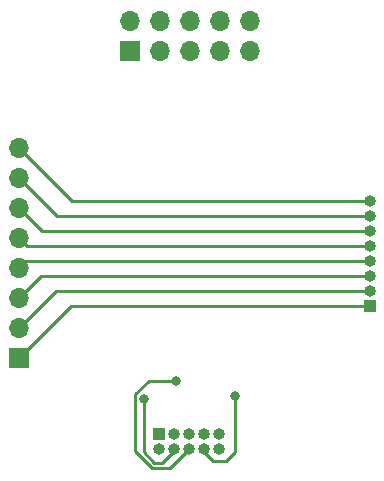
<source format=gbr>
%TF.GenerationSoftware,KiCad,Pcbnew,(5.1.12)-1*%
%TF.CreationDate,2022-08-10T22:12:13-07:00*%
%TF.ProjectId,JTAGAdapter,4a544147-4164-4617-9074-65722e6b6963,rev?*%
%TF.SameCoordinates,Original*%
%TF.FileFunction,Copper,L1,Top*%
%TF.FilePolarity,Positive*%
%FSLAX46Y46*%
G04 Gerber Fmt 4.6, Leading zero omitted, Abs format (unit mm)*
G04 Created by KiCad (PCBNEW (5.1.12)-1) date 2022-08-10 22:12:13*
%MOMM*%
%LPD*%
G01*
G04 APERTURE LIST*
%TA.AperFunction,ComponentPad*%
%ADD10O,1.000000X1.000000*%
%TD*%
%TA.AperFunction,ComponentPad*%
%ADD11R,1.000000X1.000000*%
%TD*%
%TA.AperFunction,ComponentPad*%
%ADD12O,1.700000X1.700000*%
%TD*%
%TA.AperFunction,ComponentPad*%
%ADD13R,1.700000X1.700000*%
%TD*%
%TA.AperFunction,ViaPad*%
%ADD14C,0.800000*%
%TD*%
%TA.AperFunction,Conductor*%
%ADD15C,0.250000*%
%TD*%
G04 APERTURE END LIST*
D10*
%TO.P,J2,8*%
%TO.N,Net-(J1-Pad8)*%
X177774600Y-95123000D03*
%TO.P,J2,7*%
%TO.N,Net-(J1-Pad7)*%
X177774600Y-96393000D03*
%TO.P,J2,6*%
%TO.N,Net-(J1-Pad6)*%
X177774600Y-97663000D03*
%TO.P,J2,5*%
%TO.N,Net-(J1-Pad5)*%
X177774600Y-98933000D03*
%TO.P,J2,4*%
%TO.N,Net-(J1-Pad4)*%
X177774600Y-100203000D03*
%TO.P,J2,3*%
%TO.N,Net-(J1-Pad3)*%
X177774600Y-101473000D03*
%TO.P,J2,2*%
%TO.N,Net-(J1-Pad2)*%
X177774600Y-102743000D03*
D11*
%TO.P,J2,1*%
%TO.N,Net-(J1-Pad1)*%
X177774600Y-104013000D03*
%TD*%
D10*
%TO.P,J4,10*%
%TO.N,Net-(J3-Pad10)*%
X165023800Y-116103400D03*
%TO.P,J4,9*%
%TO.N,Net-(J3-Pad9)*%
X165023800Y-114833400D03*
%TO.P,J4,8*%
%TO.N,Net-(J3-Pad8)*%
X163753800Y-116103400D03*
%TO.P,J4,7*%
%TO.N,Net-(J3-Pad7)*%
X163753800Y-114833400D03*
%TO.P,J4,6*%
%TO.N,Net-(J3-Pad6)*%
X162483800Y-116103400D03*
%TO.P,J4,5*%
%TO.N,Net-(J3-Pad5)*%
X162483800Y-114833400D03*
%TO.P,J4,4*%
%TO.N,Net-(J3-Pad4)*%
X161213800Y-116103400D03*
%TO.P,J4,3*%
%TO.N,Net-(J3-Pad3)*%
X161213800Y-114833400D03*
%TO.P,J4,2*%
%TO.N,Net-(J3-Pad2)*%
X159943800Y-116103400D03*
D11*
%TO.P,J4,1*%
%TO.N,Net-(J3-Pad1)*%
X159943800Y-114833400D03*
%TD*%
D12*
%TO.P,J3,10*%
%TO.N,Net-(J3-Pad10)*%
X167614600Y-79883000D03*
%TO.P,J3,9*%
%TO.N,Net-(J3-Pad9)*%
X167614600Y-82423000D03*
%TO.P,J3,8*%
%TO.N,Net-(J3-Pad8)*%
X165074600Y-79883000D03*
%TO.P,J3,7*%
%TO.N,Net-(J3-Pad7)*%
X165074600Y-82423000D03*
%TO.P,J3,6*%
%TO.N,Net-(J3-Pad6)*%
X162534600Y-79883000D03*
%TO.P,J3,5*%
%TO.N,Net-(J3-Pad5)*%
X162534600Y-82423000D03*
%TO.P,J3,4*%
%TO.N,Net-(J3-Pad4)*%
X159994600Y-79883000D03*
%TO.P,J3,3*%
%TO.N,Net-(J3-Pad3)*%
X159994600Y-82423000D03*
%TO.P,J3,2*%
%TO.N,Net-(J3-Pad2)*%
X157454600Y-79883000D03*
D13*
%TO.P,J3,1*%
%TO.N,Net-(J3-Pad1)*%
X157454600Y-82423000D03*
%TD*%
D12*
%TO.P,J1,8*%
%TO.N,Net-(J1-Pad8)*%
X148107400Y-90627200D03*
%TO.P,J1,7*%
%TO.N,Net-(J1-Pad7)*%
X148107400Y-93167200D03*
%TO.P,J1,6*%
%TO.N,Net-(J1-Pad6)*%
X148107400Y-95707200D03*
%TO.P,J1,5*%
%TO.N,Net-(J1-Pad5)*%
X148107400Y-98247200D03*
%TO.P,J1,4*%
%TO.N,Net-(J1-Pad4)*%
X148107400Y-100787200D03*
%TO.P,J1,3*%
%TO.N,Net-(J1-Pad3)*%
X148107400Y-103327200D03*
%TO.P,J1,2*%
%TO.N,Net-(J1-Pad2)*%
X148107400Y-105867200D03*
D13*
%TO.P,J1,1*%
%TO.N,Net-(J1-Pad1)*%
X148107400Y-108407200D03*
%TD*%
D14*
%TO.N,Net-(J3-Pad8)*%
X166395400Y-111582200D03*
%TO.N,Net-(J3-Pad6)*%
X161417000Y-110312200D03*
%TO.N,Net-(J3-Pad4)*%
X158636810Y-111861600D03*
%TD*%
D15*
%TO.N,Net-(J1-Pad8)*%
X152603200Y-95123000D02*
X177774600Y-95123000D01*
X148107400Y-90627200D02*
X152603200Y-95123000D01*
%TO.N,Net-(J1-Pad7)*%
X151333200Y-96393000D02*
X177774600Y-96393000D01*
X148107400Y-93167200D02*
X151333200Y-96393000D01*
%TO.N,Net-(J1-Pad6)*%
X150063200Y-97663000D02*
X177774600Y-97663000D01*
X148107400Y-95707200D02*
X150063200Y-97663000D01*
%TO.N,Net-(J1-Pad5)*%
X148793200Y-98933000D02*
X177774600Y-98933000D01*
X148107400Y-98247200D02*
X148793200Y-98933000D01*
%TO.N,Net-(J1-Pad4)*%
X148691600Y-100203000D02*
X177774600Y-100203000D01*
X148107400Y-100787200D02*
X148691600Y-100203000D01*
%TO.N,Net-(J1-Pad3)*%
X149961600Y-101473000D02*
X177774600Y-101473000D01*
X148107400Y-103327200D02*
X149961600Y-101473000D01*
%TO.N,Net-(J1-Pad2)*%
X151231600Y-102743000D02*
X177774600Y-102743000D01*
X148107400Y-105867200D02*
X151231600Y-102743000D01*
%TO.N,Net-(J1-Pad1)*%
X152501600Y-104013000D02*
X177774600Y-104013000D01*
X148107400Y-108407200D02*
X152501600Y-104013000D01*
%TO.N,Net-(J3-Pad8)*%
X163753800Y-116382800D02*
X163753800Y-116103400D01*
X164490400Y-117119400D02*
X163753800Y-116382800D01*
X166395400Y-116357400D02*
X165633400Y-117119400D01*
X165633400Y-117119400D02*
X164490400Y-117119400D01*
X166395400Y-111582200D02*
X166395400Y-116357400D01*
%TO.N,Net-(J3-Pad6)*%
X157911800Y-116282610D02*
X159351000Y-117721810D01*
X157911800Y-111474398D02*
X157911800Y-116282610D01*
X159073998Y-110312200D02*
X157911800Y-111474398D01*
X161417000Y-110312200D02*
X159073998Y-110312200D01*
X160865390Y-117721810D02*
X162483800Y-116103400D01*
X159351000Y-117721810D02*
X160865390Y-117721810D01*
%TO.N,Net-(J3-Pad4)*%
X158636810Y-116371210D02*
X158636810Y-111861600D01*
X159537400Y-117271800D02*
X158636810Y-116371210D01*
X160223200Y-117271800D02*
X159537400Y-117271800D01*
X161213800Y-116281200D02*
X160223200Y-117271800D01*
X161213800Y-116103400D02*
X161213800Y-116281200D01*
%TD*%
M02*

</source>
